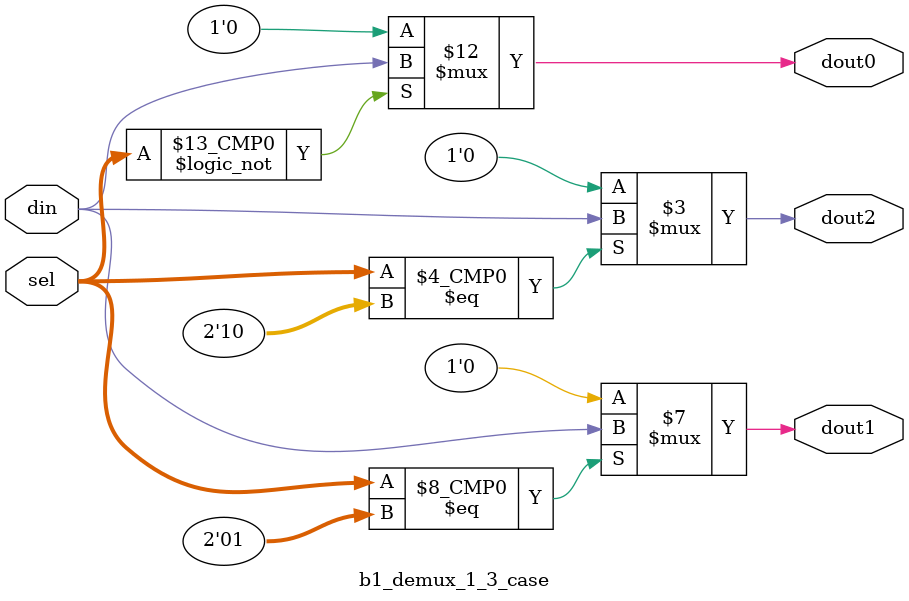
<source format=v>

module b1_demux_1_3_case
(
    input            din,
    input      [1:0] sel,
    output reg       dout0,
    output reg       dout1,
    output reg       dout2 
);
    always @(*)
        case (sel)
            2'b00 :  begin
                        dout0 = din;
                        dout1 = 0;
                        dout2 = 0;
                     end
            2'b01  : begin
                        dout0 = 0;
                        dout1 = din;
                        dout2 = 0;
                     end
            2'b10  : begin
                        dout0 = 0;
                        dout1 = 0;
                        dout2 = din;
                     end
            default: begin
                        dout0 = 0;
                        dout1 = 0;
                        dout2 = 0;
                     end
        endcase

endmodule

</source>
